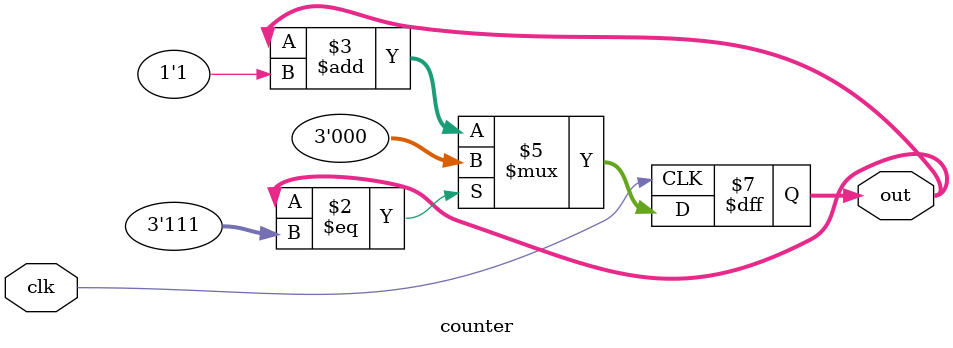
<source format=sv>
`timescale 1ns / 1ps


module counter(
    input clk,
    output logic [2:0] out
    );
        localparam int MAXVALUE = 3'b111;
    always_ff @(posedge clk) begin
        if(out == MAXVALUE) 
            out <= 3'b000;
        else
            out <= out + 1'd1;
    end
endmodule

</source>
